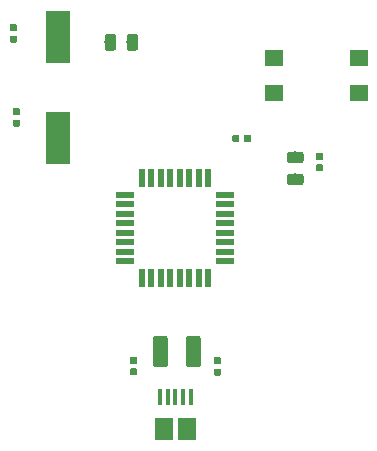
<source format=gbr>
G04 #@! TF.GenerationSoftware,KiCad,Pcbnew,(5.0.0)*
G04 #@! TF.CreationDate,2018-12-27T13:03:48-05:00*
G04 #@! TF.ProjectId,32u2-breakout,333275322D627265616B6F75742E6B69,rev?*
G04 #@! TF.SameCoordinates,Original*
G04 #@! TF.FileFunction,Paste,Top*
G04 #@! TF.FilePolarity,Positive*
%FSLAX46Y46*%
G04 Gerber Fmt 4.6, Leading zero omitted, Abs format (unit mm)*
G04 Created by KiCad (PCBNEW (5.0.0)) date 12/27/18 13:03:48*
%MOMM*%
%LPD*%
G01*
G04 APERTURE LIST*
%ADD10R,1.600000X1.400000*%
%ADD11C,0.100000*%
%ADD12C,0.590000*%
%ADD13C,0.975000*%
%ADD14C,1.250000*%
%ADD15R,1.500000X1.900000*%
%ADD16R,0.400000X1.350000*%
%ADD17R,2.000000X4.500000*%
%ADD18R,1.600000X0.550000*%
%ADD19R,0.550000X1.600000*%
G04 APERTURE END LIST*
D10*
G04 #@! TO.C,SW1*
X58376000Y-38584000D03*
X65576000Y-38584000D03*
X58376000Y-35584000D03*
X65576000Y-35584000D03*
G04 #@! TD*
D11*
G04 #@! TO.C,C2*
G36*
X36508958Y-32748710D02*
X36523276Y-32750834D01*
X36537317Y-32754351D01*
X36550946Y-32759228D01*
X36564031Y-32765417D01*
X36576447Y-32772858D01*
X36588073Y-32781481D01*
X36598798Y-32791202D01*
X36608519Y-32801927D01*
X36617142Y-32813553D01*
X36624583Y-32825969D01*
X36630772Y-32839054D01*
X36635649Y-32852683D01*
X36639166Y-32866724D01*
X36641290Y-32881042D01*
X36642000Y-32895500D01*
X36642000Y-33190500D01*
X36641290Y-33204958D01*
X36639166Y-33219276D01*
X36635649Y-33233317D01*
X36630772Y-33246946D01*
X36624583Y-33260031D01*
X36617142Y-33272447D01*
X36608519Y-33284073D01*
X36598798Y-33294798D01*
X36588073Y-33304519D01*
X36576447Y-33313142D01*
X36564031Y-33320583D01*
X36550946Y-33326772D01*
X36537317Y-33331649D01*
X36523276Y-33335166D01*
X36508958Y-33337290D01*
X36494500Y-33338000D01*
X36149500Y-33338000D01*
X36135042Y-33337290D01*
X36120724Y-33335166D01*
X36106683Y-33331649D01*
X36093054Y-33326772D01*
X36079969Y-33320583D01*
X36067553Y-33313142D01*
X36055927Y-33304519D01*
X36045202Y-33294798D01*
X36035481Y-33284073D01*
X36026858Y-33272447D01*
X36019417Y-33260031D01*
X36013228Y-33246946D01*
X36008351Y-33233317D01*
X36004834Y-33219276D01*
X36002710Y-33204958D01*
X36002000Y-33190500D01*
X36002000Y-32895500D01*
X36002710Y-32881042D01*
X36004834Y-32866724D01*
X36008351Y-32852683D01*
X36013228Y-32839054D01*
X36019417Y-32825969D01*
X36026858Y-32813553D01*
X36035481Y-32801927D01*
X36045202Y-32791202D01*
X36055927Y-32781481D01*
X36067553Y-32772858D01*
X36079969Y-32765417D01*
X36093054Y-32759228D01*
X36106683Y-32754351D01*
X36120724Y-32750834D01*
X36135042Y-32748710D01*
X36149500Y-32748000D01*
X36494500Y-32748000D01*
X36508958Y-32748710D01*
X36508958Y-32748710D01*
G37*
D12*
X36322000Y-33043000D03*
D11*
G36*
X36508958Y-33718710D02*
X36523276Y-33720834D01*
X36537317Y-33724351D01*
X36550946Y-33729228D01*
X36564031Y-33735417D01*
X36576447Y-33742858D01*
X36588073Y-33751481D01*
X36598798Y-33761202D01*
X36608519Y-33771927D01*
X36617142Y-33783553D01*
X36624583Y-33795969D01*
X36630772Y-33809054D01*
X36635649Y-33822683D01*
X36639166Y-33836724D01*
X36641290Y-33851042D01*
X36642000Y-33865500D01*
X36642000Y-34160500D01*
X36641290Y-34174958D01*
X36639166Y-34189276D01*
X36635649Y-34203317D01*
X36630772Y-34216946D01*
X36624583Y-34230031D01*
X36617142Y-34242447D01*
X36608519Y-34254073D01*
X36598798Y-34264798D01*
X36588073Y-34274519D01*
X36576447Y-34283142D01*
X36564031Y-34290583D01*
X36550946Y-34296772D01*
X36537317Y-34301649D01*
X36523276Y-34305166D01*
X36508958Y-34307290D01*
X36494500Y-34308000D01*
X36149500Y-34308000D01*
X36135042Y-34307290D01*
X36120724Y-34305166D01*
X36106683Y-34301649D01*
X36093054Y-34296772D01*
X36079969Y-34290583D01*
X36067553Y-34283142D01*
X36055927Y-34274519D01*
X36045202Y-34264798D01*
X36035481Y-34254073D01*
X36026858Y-34242447D01*
X36019417Y-34230031D01*
X36013228Y-34216946D01*
X36008351Y-34203317D01*
X36004834Y-34189276D01*
X36002710Y-34174958D01*
X36002000Y-34160500D01*
X36002000Y-33865500D01*
X36002710Y-33851042D01*
X36004834Y-33836724D01*
X36008351Y-33822683D01*
X36013228Y-33809054D01*
X36019417Y-33795969D01*
X36026858Y-33783553D01*
X36035481Y-33771927D01*
X36045202Y-33761202D01*
X36055927Y-33751481D01*
X36067553Y-33742858D01*
X36079969Y-33735417D01*
X36093054Y-33729228D01*
X36106683Y-33724351D01*
X36120724Y-33720834D01*
X36135042Y-33718710D01*
X36149500Y-33718000D01*
X36494500Y-33718000D01*
X36508958Y-33718710D01*
X36508958Y-33718710D01*
G37*
D12*
X36322000Y-34013000D03*
G04 #@! TD*
D11*
G04 #@! TO.C,C1*
G36*
X36762958Y-40830710D02*
X36777276Y-40832834D01*
X36791317Y-40836351D01*
X36804946Y-40841228D01*
X36818031Y-40847417D01*
X36830447Y-40854858D01*
X36842073Y-40863481D01*
X36852798Y-40873202D01*
X36862519Y-40883927D01*
X36871142Y-40895553D01*
X36878583Y-40907969D01*
X36884772Y-40921054D01*
X36889649Y-40934683D01*
X36893166Y-40948724D01*
X36895290Y-40963042D01*
X36896000Y-40977500D01*
X36896000Y-41272500D01*
X36895290Y-41286958D01*
X36893166Y-41301276D01*
X36889649Y-41315317D01*
X36884772Y-41328946D01*
X36878583Y-41342031D01*
X36871142Y-41354447D01*
X36862519Y-41366073D01*
X36852798Y-41376798D01*
X36842073Y-41386519D01*
X36830447Y-41395142D01*
X36818031Y-41402583D01*
X36804946Y-41408772D01*
X36791317Y-41413649D01*
X36777276Y-41417166D01*
X36762958Y-41419290D01*
X36748500Y-41420000D01*
X36403500Y-41420000D01*
X36389042Y-41419290D01*
X36374724Y-41417166D01*
X36360683Y-41413649D01*
X36347054Y-41408772D01*
X36333969Y-41402583D01*
X36321553Y-41395142D01*
X36309927Y-41386519D01*
X36299202Y-41376798D01*
X36289481Y-41366073D01*
X36280858Y-41354447D01*
X36273417Y-41342031D01*
X36267228Y-41328946D01*
X36262351Y-41315317D01*
X36258834Y-41301276D01*
X36256710Y-41286958D01*
X36256000Y-41272500D01*
X36256000Y-40977500D01*
X36256710Y-40963042D01*
X36258834Y-40948724D01*
X36262351Y-40934683D01*
X36267228Y-40921054D01*
X36273417Y-40907969D01*
X36280858Y-40895553D01*
X36289481Y-40883927D01*
X36299202Y-40873202D01*
X36309927Y-40863481D01*
X36321553Y-40854858D01*
X36333969Y-40847417D01*
X36347054Y-40841228D01*
X36360683Y-40836351D01*
X36374724Y-40832834D01*
X36389042Y-40830710D01*
X36403500Y-40830000D01*
X36748500Y-40830000D01*
X36762958Y-40830710D01*
X36762958Y-40830710D01*
G37*
D12*
X36576000Y-41125000D03*
D11*
G36*
X36762958Y-39860710D02*
X36777276Y-39862834D01*
X36791317Y-39866351D01*
X36804946Y-39871228D01*
X36818031Y-39877417D01*
X36830447Y-39884858D01*
X36842073Y-39893481D01*
X36852798Y-39903202D01*
X36862519Y-39913927D01*
X36871142Y-39925553D01*
X36878583Y-39937969D01*
X36884772Y-39951054D01*
X36889649Y-39964683D01*
X36893166Y-39978724D01*
X36895290Y-39993042D01*
X36896000Y-40007500D01*
X36896000Y-40302500D01*
X36895290Y-40316958D01*
X36893166Y-40331276D01*
X36889649Y-40345317D01*
X36884772Y-40358946D01*
X36878583Y-40372031D01*
X36871142Y-40384447D01*
X36862519Y-40396073D01*
X36852798Y-40406798D01*
X36842073Y-40416519D01*
X36830447Y-40425142D01*
X36818031Y-40432583D01*
X36804946Y-40438772D01*
X36791317Y-40443649D01*
X36777276Y-40447166D01*
X36762958Y-40449290D01*
X36748500Y-40450000D01*
X36403500Y-40450000D01*
X36389042Y-40449290D01*
X36374724Y-40447166D01*
X36360683Y-40443649D01*
X36347054Y-40438772D01*
X36333969Y-40432583D01*
X36321553Y-40425142D01*
X36309927Y-40416519D01*
X36299202Y-40406798D01*
X36289481Y-40396073D01*
X36280858Y-40384447D01*
X36273417Y-40372031D01*
X36267228Y-40358946D01*
X36262351Y-40345317D01*
X36258834Y-40331276D01*
X36256710Y-40316958D01*
X36256000Y-40302500D01*
X36256000Y-40007500D01*
X36256710Y-39993042D01*
X36258834Y-39978724D01*
X36262351Y-39964683D01*
X36267228Y-39951054D01*
X36273417Y-39937969D01*
X36280858Y-39925553D01*
X36289481Y-39913927D01*
X36299202Y-39903202D01*
X36309927Y-39893481D01*
X36321553Y-39884858D01*
X36333969Y-39877417D01*
X36347054Y-39871228D01*
X36360683Y-39866351D01*
X36374724Y-39862834D01*
X36389042Y-39860710D01*
X36403500Y-39860000D01*
X36748500Y-39860000D01*
X36762958Y-39860710D01*
X36762958Y-39860710D01*
G37*
D12*
X36576000Y-40155000D03*
G04 #@! TD*
D11*
G04 #@! TO.C,C4*
G36*
X46671142Y-33591174D02*
X46694803Y-33594684D01*
X46718007Y-33600496D01*
X46740529Y-33608554D01*
X46762153Y-33618782D01*
X46782670Y-33631079D01*
X46801883Y-33645329D01*
X46819607Y-33661393D01*
X46835671Y-33679117D01*
X46849921Y-33698330D01*
X46862218Y-33718847D01*
X46872446Y-33740471D01*
X46880504Y-33762993D01*
X46886316Y-33786197D01*
X46889826Y-33809858D01*
X46891000Y-33833750D01*
X46891000Y-34746250D01*
X46889826Y-34770142D01*
X46886316Y-34793803D01*
X46880504Y-34817007D01*
X46872446Y-34839529D01*
X46862218Y-34861153D01*
X46849921Y-34881670D01*
X46835671Y-34900883D01*
X46819607Y-34918607D01*
X46801883Y-34934671D01*
X46782670Y-34948921D01*
X46762153Y-34961218D01*
X46740529Y-34971446D01*
X46718007Y-34979504D01*
X46694803Y-34985316D01*
X46671142Y-34988826D01*
X46647250Y-34990000D01*
X46159750Y-34990000D01*
X46135858Y-34988826D01*
X46112197Y-34985316D01*
X46088993Y-34979504D01*
X46066471Y-34971446D01*
X46044847Y-34961218D01*
X46024330Y-34948921D01*
X46005117Y-34934671D01*
X45987393Y-34918607D01*
X45971329Y-34900883D01*
X45957079Y-34881670D01*
X45944782Y-34861153D01*
X45934554Y-34839529D01*
X45926496Y-34817007D01*
X45920684Y-34793803D01*
X45917174Y-34770142D01*
X45916000Y-34746250D01*
X45916000Y-33833750D01*
X45917174Y-33809858D01*
X45920684Y-33786197D01*
X45926496Y-33762993D01*
X45934554Y-33740471D01*
X45944782Y-33718847D01*
X45957079Y-33698330D01*
X45971329Y-33679117D01*
X45987393Y-33661393D01*
X46005117Y-33645329D01*
X46024330Y-33631079D01*
X46044847Y-33618782D01*
X46066471Y-33608554D01*
X46088993Y-33600496D01*
X46112197Y-33594684D01*
X46135858Y-33591174D01*
X46159750Y-33590000D01*
X46647250Y-33590000D01*
X46671142Y-33591174D01*
X46671142Y-33591174D01*
G37*
D13*
X46403500Y-34290000D03*
D11*
G36*
X44796142Y-33591174D02*
X44819803Y-33594684D01*
X44843007Y-33600496D01*
X44865529Y-33608554D01*
X44887153Y-33618782D01*
X44907670Y-33631079D01*
X44926883Y-33645329D01*
X44944607Y-33661393D01*
X44960671Y-33679117D01*
X44974921Y-33698330D01*
X44987218Y-33718847D01*
X44997446Y-33740471D01*
X45005504Y-33762993D01*
X45011316Y-33786197D01*
X45014826Y-33809858D01*
X45016000Y-33833750D01*
X45016000Y-34746250D01*
X45014826Y-34770142D01*
X45011316Y-34793803D01*
X45005504Y-34817007D01*
X44997446Y-34839529D01*
X44987218Y-34861153D01*
X44974921Y-34881670D01*
X44960671Y-34900883D01*
X44944607Y-34918607D01*
X44926883Y-34934671D01*
X44907670Y-34948921D01*
X44887153Y-34961218D01*
X44865529Y-34971446D01*
X44843007Y-34979504D01*
X44819803Y-34985316D01*
X44796142Y-34988826D01*
X44772250Y-34990000D01*
X44284750Y-34990000D01*
X44260858Y-34988826D01*
X44237197Y-34985316D01*
X44213993Y-34979504D01*
X44191471Y-34971446D01*
X44169847Y-34961218D01*
X44149330Y-34948921D01*
X44130117Y-34934671D01*
X44112393Y-34918607D01*
X44096329Y-34900883D01*
X44082079Y-34881670D01*
X44069782Y-34861153D01*
X44059554Y-34839529D01*
X44051496Y-34817007D01*
X44045684Y-34793803D01*
X44042174Y-34770142D01*
X44041000Y-34746250D01*
X44041000Y-33833750D01*
X44042174Y-33809858D01*
X44045684Y-33786197D01*
X44051496Y-33762993D01*
X44059554Y-33740471D01*
X44069782Y-33718847D01*
X44082079Y-33698330D01*
X44096329Y-33679117D01*
X44112393Y-33661393D01*
X44130117Y-33645329D01*
X44149330Y-33631079D01*
X44169847Y-33618782D01*
X44191471Y-33608554D01*
X44213993Y-33600496D01*
X44237197Y-33594684D01*
X44260858Y-33591174D01*
X44284750Y-33590000D01*
X44772250Y-33590000D01*
X44796142Y-33591174D01*
X44796142Y-33591174D01*
G37*
D13*
X44528500Y-34290000D03*
G04 #@! TD*
D11*
G04 #@! TO.C,C3*
G36*
X49167504Y-59128204D02*
X49191773Y-59131804D01*
X49215571Y-59137765D01*
X49238671Y-59146030D01*
X49260849Y-59156520D01*
X49281893Y-59169133D01*
X49301598Y-59183747D01*
X49319777Y-59200223D01*
X49336253Y-59218402D01*
X49350867Y-59238107D01*
X49363480Y-59259151D01*
X49373970Y-59281329D01*
X49382235Y-59304429D01*
X49388196Y-59328227D01*
X49391796Y-59352496D01*
X49393000Y-59377000D01*
X49393000Y-61527000D01*
X49391796Y-61551504D01*
X49388196Y-61575773D01*
X49382235Y-61599571D01*
X49373970Y-61622671D01*
X49363480Y-61644849D01*
X49350867Y-61665893D01*
X49336253Y-61685598D01*
X49319777Y-61703777D01*
X49301598Y-61720253D01*
X49281893Y-61734867D01*
X49260849Y-61747480D01*
X49238671Y-61757970D01*
X49215571Y-61766235D01*
X49191773Y-61772196D01*
X49167504Y-61775796D01*
X49143000Y-61777000D01*
X48393000Y-61777000D01*
X48368496Y-61775796D01*
X48344227Y-61772196D01*
X48320429Y-61766235D01*
X48297329Y-61757970D01*
X48275151Y-61747480D01*
X48254107Y-61734867D01*
X48234402Y-61720253D01*
X48216223Y-61703777D01*
X48199747Y-61685598D01*
X48185133Y-61665893D01*
X48172520Y-61644849D01*
X48162030Y-61622671D01*
X48153765Y-61599571D01*
X48147804Y-61575773D01*
X48144204Y-61551504D01*
X48143000Y-61527000D01*
X48143000Y-59377000D01*
X48144204Y-59352496D01*
X48147804Y-59328227D01*
X48153765Y-59304429D01*
X48162030Y-59281329D01*
X48172520Y-59259151D01*
X48185133Y-59238107D01*
X48199747Y-59218402D01*
X48216223Y-59200223D01*
X48234402Y-59183747D01*
X48254107Y-59169133D01*
X48275151Y-59156520D01*
X48297329Y-59146030D01*
X48320429Y-59137765D01*
X48344227Y-59131804D01*
X48368496Y-59128204D01*
X48393000Y-59127000D01*
X49143000Y-59127000D01*
X49167504Y-59128204D01*
X49167504Y-59128204D01*
G37*
D14*
X48768000Y-60452000D03*
D11*
G36*
X51967504Y-59128204D02*
X51991773Y-59131804D01*
X52015571Y-59137765D01*
X52038671Y-59146030D01*
X52060849Y-59156520D01*
X52081893Y-59169133D01*
X52101598Y-59183747D01*
X52119777Y-59200223D01*
X52136253Y-59218402D01*
X52150867Y-59238107D01*
X52163480Y-59259151D01*
X52173970Y-59281329D01*
X52182235Y-59304429D01*
X52188196Y-59328227D01*
X52191796Y-59352496D01*
X52193000Y-59377000D01*
X52193000Y-61527000D01*
X52191796Y-61551504D01*
X52188196Y-61575773D01*
X52182235Y-61599571D01*
X52173970Y-61622671D01*
X52163480Y-61644849D01*
X52150867Y-61665893D01*
X52136253Y-61685598D01*
X52119777Y-61703777D01*
X52101598Y-61720253D01*
X52081893Y-61734867D01*
X52060849Y-61747480D01*
X52038671Y-61757970D01*
X52015571Y-61766235D01*
X51991773Y-61772196D01*
X51967504Y-61775796D01*
X51943000Y-61777000D01*
X51193000Y-61777000D01*
X51168496Y-61775796D01*
X51144227Y-61772196D01*
X51120429Y-61766235D01*
X51097329Y-61757970D01*
X51075151Y-61747480D01*
X51054107Y-61734867D01*
X51034402Y-61720253D01*
X51016223Y-61703777D01*
X50999747Y-61685598D01*
X50985133Y-61665893D01*
X50972520Y-61644849D01*
X50962030Y-61622671D01*
X50953765Y-61599571D01*
X50947804Y-61575773D01*
X50944204Y-61551504D01*
X50943000Y-61527000D01*
X50943000Y-59377000D01*
X50944204Y-59352496D01*
X50947804Y-59328227D01*
X50953765Y-59304429D01*
X50962030Y-59281329D01*
X50972520Y-59259151D01*
X50985133Y-59238107D01*
X50999747Y-59218402D01*
X51016223Y-59200223D01*
X51034402Y-59183747D01*
X51054107Y-59169133D01*
X51075151Y-59156520D01*
X51097329Y-59146030D01*
X51120429Y-59137765D01*
X51144227Y-59131804D01*
X51168496Y-59128204D01*
X51193000Y-59127000D01*
X51943000Y-59127000D01*
X51967504Y-59128204D01*
X51967504Y-59128204D01*
G37*
D14*
X51568000Y-60452000D03*
G04 #@! TD*
D15*
G04 #@! TO.C,J4*
X51038000Y-67023500D03*
D16*
X49388000Y-64323500D03*
X48738000Y-64323500D03*
X51338000Y-64323500D03*
X50688000Y-64323500D03*
X50038000Y-64323500D03*
D15*
X49038000Y-67023500D03*
G04 #@! TD*
D17*
G04 #@! TO.C,Y1*
X40132000Y-42350000D03*
X40132000Y-33850000D03*
G04 #@! TD*
D11*
G04 #@! TO.C,D1*
G36*
X60678142Y-45409174D02*
X60701803Y-45412684D01*
X60725007Y-45418496D01*
X60747529Y-45426554D01*
X60769153Y-45436782D01*
X60789670Y-45449079D01*
X60808883Y-45463329D01*
X60826607Y-45479393D01*
X60842671Y-45497117D01*
X60856921Y-45516330D01*
X60869218Y-45536847D01*
X60879446Y-45558471D01*
X60887504Y-45580993D01*
X60893316Y-45604197D01*
X60896826Y-45627858D01*
X60898000Y-45651750D01*
X60898000Y-46139250D01*
X60896826Y-46163142D01*
X60893316Y-46186803D01*
X60887504Y-46210007D01*
X60879446Y-46232529D01*
X60869218Y-46254153D01*
X60856921Y-46274670D01*
X60842671Y-46293883D01*
X60826607Y-46311607D01*
X60808883Y-46327671D01*
X60789670Y-46341921D01*
X60769153Y-46354218D01*
X60747529Y-46364446D01*
X60725007Y-46372504D01*
X60701803Y-46378316D01*
X60678142Y-46381826D01*
X60654250Y-46383000D01*
X59741750Y-46383000D01*
X59717858Y-46381826D01*
X59694197Y-46378316D01*
X59670993Y-46372504D01*
X59648471Y-46364446D01*
X59626847Y-46354218D01*
X59606330Y-46341921D01*
X59587117Y-46327671D01*
X59569393Y-46311607D01*
X59553329Y-46293883D01*
X59539079Y-46274670D01*
X59526782Y-46254153D01*
X59516554Y-46232529D01*
X59508496Y-46210007D01*
X59502684Y-46186803D01*
X59499174Y-46163142D01*
X59498000Y-46139250D01*
X59498000Y-45651750D01*
X59499174Y-45627858D01*
X59502684Y-45604197D01*
X59508496Y-45580993D01*
X59516554Y-45558471D01*
X59526782Y-45536847D01*
X59539079Y-45516330D01*
X59553329Y-45497117D01*
X59569393Y-45479393D01*
X59587117Y-45463329D01*
X59606330Y-45449079D01*
X59626847Y-45436782D01*
X59648471Y-45426554D01*
X59670993Y-45418496D01*
X59694197Y-45412684D01*
X59717858Y-45409174D01*
X59741750Y-45408000D01*
X60654250Y-45408000D01*
X60678142Y-45409174D01*
X60678142Y-45409174D01*
G37*
D13*
X60198000Y-45895500D03*
D11*
G36*
X60678142Y-43534174D02*
X60701803Y-43537684D01*
X60725007Y-43543496D01*
X60747529Y-43551554D01*
X60769153Y-43561782D01*
X60789670Y-43574079D01*
X60808883Y-43588329D01*
X60826607Y-43604393D01*
X60842671Y-43622117D01*
X60856921Y-43641330D01*
X60869218Y-43661847D01*
X60879446Y-43683471D01*
X60887504Y-43705993D01*
X60893316Y-43729197D01*
X60896826Y-43752858D01*
X60898000Y-43776750D01*
X60898000Y-44264250D01*
X60896826Y-44288142D01*
X60893316Y-44311803D01*
X60887504Y-44335007D01*
X60879446Y-44357529D01*
X60869218Y-44379153D01*
X60856921Y-44399670D01*
X60842671Y-44418883D01*
X60826607Y-44436607D01*
X60808883Y-44452671D01*
X60789670Y-44466921D01*
X60769153Y-44479218D01*
X60747529Y-44489446D01*
X60725007Y-44497504D01*
X60701803Y-44503316D01*
X60678142Y-44506826D01*
X60654250Y-44508000D01*
X59741750Y-44508000D01*
X59717858Y-44506826D01*
X59694197Y-44503316D01*
X59670993Y-44497504D01*
X59648471Y-44489446D01*
X59626847Y-44479218D01*
X59606330Y-44466921D01*
X59587117Y-44452671D01*
X59569393Y-44436607D01*
X59553329Y-44418883D01*
X59539079Y-44399670D01*
X59526782Y-44379153D01*
X59516554Y-44357529D01*
X59508496Y-44335007D01*
X59502684Y-44311803D01*
X59499174Y-44288142D01*
X59498000Y-44264250D01*
X59498000Y-43776750D01*
X59499174Y-43752858D01*
X59502684Y-43729197D01*
X59508496Y-43705993D01*
X59516554Y-43683471D01*
X59526782Y-43661847D01*
X59539079Y-43641330D01*
X59553329Y-43622117D01*
X59569393Y-43604393D01*
X59587117Y-43588329D01*
X59606330Y-43574079D01*
X59626847Y-43561782D01*
X59648471Y-43551554D01*
X59670993Y-43543496D01*
X59694197Y-43537684D01*
X59717858Y-43534174D01*
X59741750Y-43533000D01*
X60654250Y-43533000D01*
X60678142Y-43534174D01*
X60678142Y-43534174D01*
G37*
D13*
X60198000Y-44020500D03*
G04 #@! TD*
D18*
G04 #@! TO.C,U1*
X45750000Y-47200000D03*
X45750000Y-48000000D03*
X45750000Y-48800000D03*
X45750000Y-49600000D03*
X45750000Y-50400000D03*
X45750000Y-51200000D03*
X45750000Y-52000000D03*
X45750000Y-52800000D03*
D19*
X47200000Y-54250000D03*
X48000000Y-54250000D03*
X48800000Y-54250000D03*
X49600000Y-54250000D03*
X50400000Y-54250000D03*
X51200000Y-54250000D03*
X52000000Y-54250000D03*
X52800000Y-54250000D03*
D18*
X54250000Y-52800000D03*
X54250000Y-52000000D03*
X54250000Y-51200000D03*
X54250000Y-50400000D03*
X54250000Y-49600000D03*
X54250000Y-48800000D03*
X54250000Y-48000000D03*
X54250000Y-47200000D03*
D19*
X52800000Y-45750000D03*
X52000000Y-45750000D03*
X51200000Y-45750000D03*
X50400000Y-45750000D03*
X49600000Y-45750000D03*
X48800000Y-45750000D03*
X48000000Y-45750000D03*
X47200000Y-45750000D03*
G04 #@! TD*
D11*
G04 #@! TO.C,R4*
G36*
X56295958Y-42098710D02*
X56310276Y-42100834D01*
X56324317Y-42104351D01*
X56337946Y-42109228D01*
X56351031Y-42115417D01*
X56363447Y-42122858D01*
X56375073Y-42131481D01*
X56385798Y-42141202D01*
X56395519Y-42151927D01*
X56404142Y-42163553D01*
X56411583Y-42175969D01*
X56417772Y-42189054D01*
X56422649Y-42202683D01*
X56426166Y-42216724D01*
X56428290Y-42231042D01*
X56429000Y-42245500D01*
X56429000Y-42590500D01*
X56428290Y-42604958D01*
X56426166Y-42619276D01*
X56422649Y-42633317D01*
X56417772Y-42646946D01*
X56411583Y-42660031D01*
X56404142Y-42672447D01*
X56395519Y-42684073D01*
X56385798Y-42694798D01*
X56375073Y-42704519D01*
X56363447Y-42713142D01*
X56351031Y-42720583D01*
X56337946Y-42726772D01*
X56324317Y-42731649D01*
X56310276Y-42735166D01*
X56295958Y-42737290D01*
X56281500Y-42738000D01*
X55986500Y-42738000D01*
X55972042Y-42737290D01*
X55957724Y-42735166D01*
X55943683Y-42731649D01*
X55930054Y-42726772D01*
X55916969Y-42720583D01*
X55904553Y-42713142D01*
X55892927Y-42704519D01*
X55882202Y-42694798D01*
X55872481Y-42684073D01*
X55863858Y-42672447D01*
X55856417Y-42660031D01*
X55850228Y-42646946D01*
X55845351Y-42633317D01*
X55841834Y-42619276D01*
X55839710Y-42604958D01*
X55839000Y-42590500D01*
X55839000Y-42245500D01*
X55839710Y-42231042D01*
X55841834Y-42216724D01*
X55845351Y-42202683D01*
X55850228Y-42189054D01*
X55856417Y-42175969D01*
X55863858Y-42163553D01*
X55872481Y-42151927D01*
X55882202Y-42141202D01*
X55892927Y-42131481D01*
X55904553Y-42122858D01*
X55916969Y-42115417D01*
X55930054Y-42109228D01*
X55943683Y-42104351D01*
X55957724Y-42100834D01*
X55972042Y-42098710D01*
X55986500Y-42098000D01*
X56281500Y-42098000D01*
X56295958Y-42098710D01*
X56295958Y-42098710D01*
G37*
D12*
X56134000Y-42418000D03*
D11*
G36*
X55325958Y-42098710D02*
X55340276Y-42100834D01*
X55354317Y-42104351D01*
X55367946Y-42109228D01*
X55381031Y-42115417D01*
X55393447Y-42122858D01*
X55405073Y-42131481D01*
X55415798Y-42141202D01*
X55425519Y-42151927D01*
X55434142Y-42163553D01*
X55441583Y-42175969D01*
X55447772Y-42189054D01*
X55452649Y-42202683D01*
X55456166Y-42216724D01*
X55458290Y-42231042D01*
X55459000Y-42245500D01*
X55459000Y-42590500D01*
X55458290Y-42604958D01*
X55456166Y-42619276D01*
X55452649Y-42633317D01*
X55447772Y-42646946D01*
X55441583Y-42660031D01*
X55434142Y-42672447D01*
X55425519Y-42684073D01*
X55415798Y-42694798D01*
X55405073Y-42704519D01*
X55393447Y-42713142D01*
X55381031Y-42720583D01*
X55367946Y-42726772D01*
X55354317Y-42731649D01*
X55340276Y-42735166D01*
X55325958Y-42737290D01*
X55311500Y-42738000D01*
X55016500Y-42738000D01*
X55002042Y-42737290D01*
X54987724Y-42735166D01*
X54973683Y-42731649D01*
X54960054Y-42726772D01*
X54946969Y-42720583D01*
X54934553Y-42713142D01*
X54922927Y-42704519D01*
X54912202Y-42694798D01*
X54902481Y-42684073D01*
X54893858Y-42672447D01*
X54886417Y-42660031D01*
X54880228Y-42646946D01*
X54875351Y-42633317D01*
X54871834Y-42619276D01*
X54869710Y-42604958D01*
X54869000Y-42590500D01*
X54869000Y-42245500D01*
X54869710Y-42231042D01*
X54871834Y-42216724D01*
X54875351Y-42202683D01*
X54880228Y-42189054D01*
X54886417Y-42175969D01*
X54893858Y-42163553D01*
X54902481Y-42151927D01*
X54912202Y-42141202D01*
X54922927Y-42131481D01*
X54934553Y-42122858D01*
X54946969Y-42115417D01*
X54960054Y-42109228D01*
X54973683Y-42104351D01*
X54987724Y-42100834D01*
X55002042Y-42098710D01*
X55016500Y-42098000D01*
X55311500Y-42098000D01*
X55325958Y-42098710D01*
X55325958Y-42098710D01*
G37*
D12*
X55164000Y-42418000D03*
G04 #@! TD*
D11*
G04 #@! TO.C,R3*
G36*
X62416958Y-44617710D02*
X62431276Y-44619834D01*
X62445317Y-44623351D01*
X62458946Y-44628228D01*
X62472031Y-44634417D01*
X62484447Y-44641858D01*
X62496073Y-44650481D01*
X62506798Y-44660202D01*
X62516519Y-44670927D01*
X62525142Y-44682553D01*
X62532583Y-44694969D01*
X62538772Y-44708054D01*
X62543649Y-44721683D01*
X62547166Y-44735724D01*
X62549290Y-44750042D01*
X62550000Y-44764500D01*
X62550000Y-45059500D01*
X62549290Y-45073958D01*
X62547166Y-45088276D01*
X62543649Y-45102317D01*
X62538772Y-45115946D01*
X62532583Y-45129031D01*
X62525142Y-45141447D01*
X62516519Y-45153073D01*
X62506798Y-45163798D01*
X62496073Y-45173519D01*
X62484447Y-45182142D01*
X62472031Y-45189583D01*
X62458946Y-45195772D01*
X62445317Y-45200649D01*
X62431276Y-45204166D01*
X62416958Y-45206290D01*
X62402500Y-45207000D01*
X62057500Y-45207000D01*
X62043042Y-45206290D01*
X62028724Y-45204166D01*
X62014683Y-45200649D01*
X62001054Y-45195772D01*
X61987969Y-45189583D01*
X61975553Y-45182142D01*
X61963927Y-45173519D01*
X61953202Y-45163798D01*
X61943481Y-45153073D01*
X61934858Y-45141447D01*
X61927417Y-45129031D01*
X61921228Y-45115946D01*
X61916351Y-45102317D01*
X61912834Y-45088276D01*
X61910710Y-45073958D01*
X61910000Y-45059500D01*
X61910000Y-44764500D01*
X61910710Y-44750042D01*
X61912834Y-44735724D01*
X61916351Y-44721683D01*
X61921228Y-44708054D01*
X61927417Y-44694969D01*
X61934858Y-44682553D01*
X61943481Y-44670927D01*
X61953202Y-44660202D01*
X61963927Y-44650481D01*
X61975553Y-44641858D01*
X61987969Y-44634417D01*
X62001054Y-44628228D01*
X62014683Y-44623351D01*
X62028724Y-44619834D01*
X62043042Y-44617710D01*
X62057500Y-44617000D01*
X62402500Y-44617000D01*
X62416958Y-44617710D01*
X62416958Y-44617710D01*
G37*
D12*
X62230000Y-44912000D03*
D11*
G36*
X62416958Y-43647710D02*
X62431276Y-43649834D01*
X62445317Y-43653351D01*
X62458946Y-43658228D01*
X62472031Y-43664417D01*
X62484447Y-43671858D01*
X62496073Y-43680481D01*
X62506798Y-43690202D01*
X62516519Y-43700927D01*
X62525142Y-43712553D01*
X62532583Y-43724969D01*
X62538772Y-43738054D01*
X62543649Y-43751683D01*
X62547166Y-43765724D01*
X62549290Y-43780042D01*
X62550000Y-43794500D01*
X62550000Y-44089500D01*
X62549290Y-44103958D01*
X62547166Y-44118276D01*
X62543649Y-44132317D01*
X62538772Y-44145946D01*
X62532583Y-44159031D01*
X62525142Y-44171447D01*
X62516519Y-44183073D01*
X62506798Y-44193798D01*
X62496073Y-44203519D01*
X62484447Y-44212142D01*
X62472031Y-44219583D01*
X62458946Y-44225772D01*
X62445317Y-44230649D01*
X62431276Y-44234166D01*
X62416958Y-44236290D01*
X62402500Y-44237000D01*
X62057500Y-44237000D01*
X62043042Y-44236290D01*
X62028724Y-44234166D01*
X62014683Y-44230649D01*
X62001054Y-44225772D01*
X61987969Y-44219583D01*
X61975553Y-44212142D01*
X61963927Y-44203519D01*
X61953202Y-44193798D01*
X61943481Y-44183073D01*
X61934858Y-44171447D01*
X61927417Y-44159031D01*
X61921228Y-44145946D01*
X61916351Y-44132317D01*
X61912834Y-44118276D01*
X61910710Y-44103958D01*
X61910000Y-44089500D01*
X61910000Y-43794500D01*
X61910710Y-43780042D01*
X61912834Y-43765724D01*
X61916351Y-43751683D01*
X61921228Y-43738054D01*
X61927417Y-43724969D01*
X61934858Y-43712553D01*
X61943481Y-43700927D01*
X61953202Y-43690202D01*
X61963927Y-43680481D01*
X61975553Y-43671858D01*
X61987969Y-43664417D01*
X62001054Y-43658228D01*
X62014683Y-43653351D01*
X62028724Y-43649834D01*
X62043042Y-43647710D01*
X62057500Y-43647000D01*
X62402500Y-43647000D01*
X62416958Y-43647710D01*
X62416958Y-43647710D01*
G37*
D12*
X62230000Y-43942000D03*
G04 #@! TD*
D11*
G04 #@! TO.C,R2*
G36*
X46668958Y-61889710D02*
X46683276Y-61891834D01*
X46697317Y-61895351D01*
X46710946Y-61900228D01*
X46724031Y-61906417D01*
X46736447Y-61913858D01*
X46748073Y-61922481D01*
X46758798Y-61932202D01*
X46768519Y-61942927D01*
X46777142Y-61954553D01*
X46784583Y-61966969D01*
X46790772Y-61980054D01*
X46795649Y-61993683D01*
X46799166Y-62007724D01*
X46801290Y-62022042D01*
X46802000Y-62036500D01*
X46802000Y-62331500D01*
X46801290Y-62345958D01*
X46799166Y-62360276D01*
X46795649Y-62374317D01*
X46790772Y-62387946D01*
X46784583Y-62401031D01*
X46777142Y-62413447D01*
X46768519Y-62425073D01*
X46758798Y-62435798D01*
X46748073Y-62445519D01*
X46736447Y-62454142D01*
X46724031Y-62461583D01*
X46710946Y-62467772D01*
X46697317Y-62472649D01*
X46683276Y-62476166D01*
X46668958Y-62478290D01*
X46654500Y-62479000D01*
X46309500Y-62479000D01*
X46295042Y-62478290D01*
X46280724Y-62476166D01*
X46266683Y-62472649D01*
X46253054Y-62467772D01*
X46239969Y-62461583D01*
X46227553Y-62454142D01*
X46215927Y-62445519D01*
X46205202Y-62435798D01*
X46195481Y-62425073D01*
X46186858Y-62413447D01*
X46179417Y-62401031D01*
X46173228Y-62387946D01*
X46168351Y-62374317D01*
X46164834Y-62360276D01*
X46162710Y-62345958D01*
X46162000Y-62331500D01*
X46162000Y-62036500D01*
X46162710Y-62022042D01*
X46164834Y-62007724D01*
X46168351Y-61993683D01*
X46173228Y-61980054D01*
X46179417Y-61966969D01*
X46186858Y-61954553D01*
X46195481Y-61942927D01*
X46205202Y-61932202D01*
X46215927Y-61922481D01*
X46227553Y-61913858D01*
X46239969Y-61906417D01*
X46253054Y-61900228D01*
X46266683Y-61895351D01*
X46280724Y-61891834D01*
X46295042Y-61889710D01*
X46309500Y-61889000D01*
X46654500Y-61889000D01*
X46668958Y-61889710D01*
X46668958Y-61889710D01*
G37*
D12*
X46482000Y-62184000D03*
D11*
G36*
X46668958Y-60919710D02*
X46683276Y-60921834D01*
X46697317Y-60925351D01*
X46710946Y-60930228D01*
X46724031Y-60936417D01*
X46736447Y-60943858D01*
X46748073Y-60952481D01*
X46758798Y-60962202D01*
X46768519Y-60972927D01*
X46777142Y-60984553D01*
X46784583Y-60996969D01*
X46790772Y-61010054D01*
X46795649Y-61023683D01*
X46799166Y-61037724D01*
X46801290Y-61052042D01*
X46802000Y-61066500D01*
X46802000Y-61361500D01*
X46801290Y-61375958D01*
X46799166Y-61390276D01*
X46795649Y-61404317D01*
X46790772Y-61417946D01*
X46784583Y-61431031D01*
X46777142Y-61443447D01*
X46768519Y-61455073D01*
X46758798Y-61465798D01*
X46748073Y-61475519D01*
X46736447Y-61484142D01*
X46724031Y-61491583D01*
X46710946Y-61497772D01*
X46697317Y-61502649D01*
X46683276Y-61506166D01*
X46668958Y-61508290D01*
X46654500Y-61509000D01*
X46309500Y-61509000D01*
X46295042Y-61508290D01*
X46280724Y-61506166D01*
X46266683Y-61502649D01*
X46253054Y-61497772D01*
X46239969Y-61491583D01*
X46227553Y-61484142D01*
X46215927Y-61475519D01*
X46205202Y-61465798D01*
X46195481Y-61455073D01*
X46186858Y-61443447D01*
X46179417Y-61431031D01*
X46173228Y-61417946D01*
X46168351Y-61404317D01*
X46164834Y-61390276D01*
X46162710Y-61375958D01*
X46162000Y-61361500D01*
X46162000Y-61066500D01*
X46162710Y-61052042D01*
X46164834Y-61037724D01*
X46168351Y-61023683D01*
X46173228Y-61010054D01*
X46179417Y-60996969D01*
X46186858Y-60984553D01*
X46195481Y-60972927D01*
X46205202Y-60962202D01*
X46215927Y-60952481D01*
X46227553Y-60943858D01*
X46239969Y-60936417D01*
X46253054Y-60930228D01*
X46266683Y-60925351D01*
X46280724Y-60921834D01*
X46295042Y-60919710D01*
X46309500Y-60919000D01*
X46654500Y-60919000D01*
X46668958Y-60919710D01*
X46668958Y-60919710D01*
G37*
D12*
X46482000Y-61214000D03*
G04 #@! TD*
D11*
G04 #@! TO.C,R1*
G36*
X53780958Y-60942710D02*
X53795276Y-60944834D01*
X53809317Y-60948351D01*
X53822946Y-60953228D01*
X53836031Y-60959417D01*
X53848447Y-60966858D01*
X53860073Y-60975481D01*
X53870798Y-60985202D01*
X53880519Y-60995927D01*
X53889142Y-61007553D01*
X53896583Y-61019969D01*
X53902772Y-61033054D01*
X53907649Y-61046683D01*
X53911166Y-61060724D01*
X53913290Y-61075042D01*
X53914000Y-61089500D01*
X53914000Y-61384500D01*
X53913290Y-61398958D01*
X53911166Y-61413276D01*
X53907649Y-61427317D01*
X53902772Y-61440946D01*
X53896583Y-61454031D01*
X53889142Y-61466447D01*
X53880519Y-61478073D01*
X53870798Y-61488798D01*
X53860073Y-61498519D01*
X53848447Y-61507142D01*
X53836031Y-61514583D01*
X53822946Y-61520772D01*
X53809317Y-61525649D01*
X53795276Y-61529166D01*
X53780958Y-61531290D01*
X53766500Y-61532000D01*
X53421500Y-61532000D01*
X53407042Y-61531290D01*
X53392724Y-61529166D01*
X53378683Y-61525649D01*
X53365054Y-61520772D01*
X53351969Y-61514583D01*
X53339553Y-61507142D01*
X53327927Y-61498519D01*
X53317202Y-61488798D01*
X53307481Y-61478073D01*
X53298858Y-61466447D01*
X53291417Y-61454031D01*
X53285228Y-61440946D01*
X53280351Y-61427317D01*
X53276834Y-61413276D01*
X53274710Y-61398958D01*
X53274000Y-61384500D01*
X53274000Y-61089500D01*
X53274710Y-61075042D01*
X53276834Y-61060724D01*
X53280351Y-61046683D01*
X53285228Y-61033054D01*
X53291417Y-61019969D01*
X53298858Y-61007553D01*
X53307481Y-60995927D01*
X53317202Y-60985202D01*
X53327927Y-60975481D01*
X53339553Y-60966858D01*
X53351969Y-60959417D01*
X53365054Y-60953228D01*
X53378683Y-60948351D01*
X53392724Y-60944834D01*
X53407042Y-60942710D01*
X53421500Y-60942000D01*
X53766500Y-60942000D01*
X53780958Y-60942710D01*
X53780958Y-60942710D01*
G37*
D12*
X53594000Y-61237000D03*
D11*
G36*
X53780958Y-61912710D02*
X53795276Y-61914834D01*
X53809317Y-61918351D01*
X53822946Y-61923228D01*
X53836031Y-61929417D01*
X53848447Y-61936858D01*
X53860073Y-61945481D01*
X53870798Y-61955202D01*
X53880519Y-61965927D01*
X53889142Y-61977553D01*
X53896583Y-61989969D01*
X53902772Y-62003054D01*
X53907649Y-62016683D01*
X53911166Y-62030724D01*
X53913290Y-62045042D01*
X53914000Y-62059500D01*
X53914000Y-62354500D01*
X53913290Y-62368958D01*
X53911166Y-62383276D01*
X53907649Y-62397317D01*
X53902772Y-62410946D01*
X53896583Y-62424031D01*
X53889142Y-62436447D01*
X53880519Y-62448073D01*
X53870798Y-62458798D01*
X53860073Y-62468519D01*
X53848447Y-62477142D01*
X53836031Y-62484583D01*
X53822946Y-62490772D01*
X53809317Y-62495649D01*
X53795276Y-62499166D01*
X53780958Y-62501290D01*
X53766500Y-62502000D01*
X53421500Y-62502000D01*
X53407042Y-62501290D01*
X53392724Y-62499166D01*
X53378683Y-62495649D01*
X53365054Y-62490772D01*
X53351969Y-62484583D01*
X53339553Y-62477142D01*
X53327927Y-62468519D01*
X53317202Y-62458798D01*
X53307481Y-62448073D01*
X53298858Y-62436447D01*
X53291417Y-62424031D01*
X53285228Y-62410946D01*
X53280351Y-62397317D01*
X53276834Y-62383276D01*
X53274710Y-62368958D01*
X53274000Y-62354500D01*
X53274000Y-62059500D01*
X53274710Y-62045042D01*
X53276834Y-62030724D01*
X53280351Y-62016683D01*
X53285228Y-62003054D01*
X53291417Y-61989969D01*
X53298858Y-61977553D01*
X53307481Y-61965927D01*
X53317202Y-61955202D01*
X53327927Y-61945481D01*
X53339553Y-61936858D01*
X53351969Y-61929417D01*
X53365054Y-61923228D01*
X53378683Y-61918351D01*
X53392724Y-61914834D01*
X53407042Y-61912710D01*
X53421500Y-61912000D01*
X53766500Y-61912000D01*
X53780958Y-61912710D01*
X53780958Y-61912710D01*
G37*
D12*
X53594000Y-62207000D03*
G04 #@! TD*
M02*

</source>
